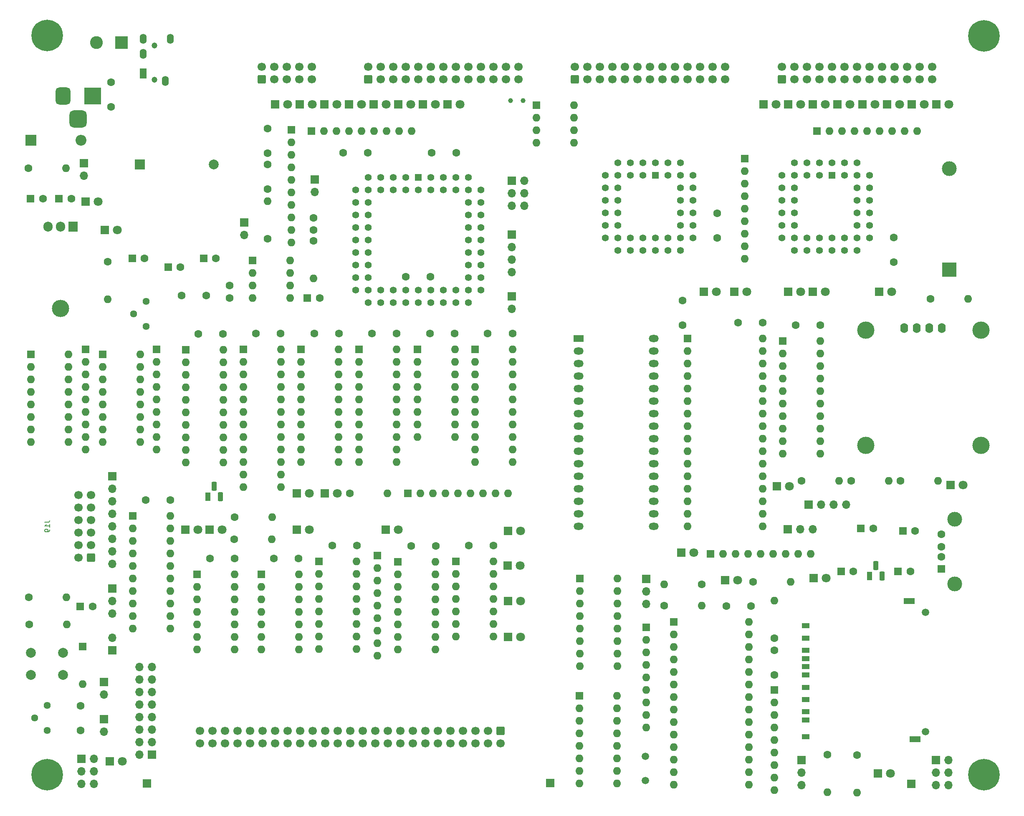
<source format=gbr>
%TF.GenerationSoftware,KiCad,Pcbnew,(6.0.11)*%
%TF.CreationDate,2024-01-15T12:10:07-05:00*%
%TF.ProjectId,SAB80535-Dev-Board,53414238-3035-4333-952d-4465762d426f,rev?*%
%TF.SameCoordinates,Original*%
%TF.FileFunction,Soldermask,Top*%
%TF.FilePolarity,Negative*%
%FSLAX46Y46*%
G04 Gerber Fmt 4.6, Leading zero omitted, Abs format (unit mm)*
G04 Created by KiCad (PCBNEW (6.0.11)) date 2024-01-15 12:10:07*
%MOMM*%
%LPD*%
G01*
G04 APERTURE LIST*
G04 Aperture macros list*
%AMRoundRect*
0 Rectangle with rounded corners*
0 $1 Rounding radius*
0 $2 $3 $4 $5 $6 $7 $8 $9 X,Y pos of 4 corners*
0 Add a 4 corners polygon primitive as box body*
4,1,4,$2,$3,$4,$5,$6,$7,$8,$9,$2,$3,0*
0 Add four circle primitives for the rounded corners*
1,1,$1+$1,$2,$3*
1,1,$1+$1,$4,$5*
1,1,$1+$1,$6,$7*
1,1,$1+$1,$8,$9*
0 Add four rect primitives between the rounded corners*
20,1,$1+$1,$2,$3,$4,$5,0*
20,1,$1+$1,$4,$5,$6,$7,0*
20,1,$1+$1,$6,$7,$8,$9,0*
20,1,$1+$1,$8,$9,$2,$3,0*%
G04 Aperture macros list end*
%ADD10C,0.150000*%
%ADD11R,1.600000X1.600000*%
%ADD12O,1.600000X1.600000*%
%ADD13C,1.600000*%
%ADD14R,1.700000X1.700000*%
%ADD15O,1.700000X1.700000*%
%ADD16R,1.800000X1.800000*%
%ADD17C,1.800000*%
%ADD18R,2.600000X2.600000*%
%ADD19C,2.600000*%
%ADD20O,1.600000X2.000000*%
%ADD21C,3.500000*%
%ADD22R,1.500000X1.600000*%
%ADD23C,3.000000*%
%ADD24R,1.422400X1.422400*%
%ADD25C,1.422400*%
%ADD26RoundRect,0.250000X0.600000X-0.600000X0.600000X0.600000X-0.600000X0.600000X-0.600000X-0.600000X0*%
%ADD27C,1.700000*%
%ADD28C,6.400000*%
%ADD29R,1.100000X1.800000*%
%ADD30RoundRect,0.275000X-0.275000X-0.625000X0.275000X-0.625000X0.275000X0.625000X-0.275000X0.625000X0*%
%ADD31R,3.500000X3.500000*%
%ADD32RoundRect,0.750000X-0.750000X-1.000000X0.750000X-1.000000X0.750000X1.000000X-0.750000X1.000000X0*%
%ADD33RoundRect,0.875000X-0.875000X-0.875000X0.875000X-0.875000X0.875000X0.875000X-0.875000X0.875000X0*%
%ADD34R,2.200000X2.200000*%
%ADD35O,2.200000X2.200000*%
%ADD36C,1.440000*%
%ADD37RoundRect,0.250000X-0.600000X0.600000X-0.600000X-0.600000X0.600000X-0.600000X0.600000X0.600000X0*%
%ADD38C,1.500000*%
%ADD39O,3.500000X3.500000*%
%ADD40R,1.905000X2.000000*%
%ADD41O,1.905000X2.000000*%
%ADD42C,1.000000*%
%ADD43RoundRect,0.250000X0.600000X0.600000X-0.600000X0.600000X-0.600000X-0.600000X0.600000X-0.600000X0*%
%ADD44R,2.000000X1.440000*%
%ADD45O,2.000000X1.440000*%
%ADD46C,2.000000*%
%ADD47R,1.500000X1.000000*%
%ADD48R,2.200000X1.200000*%
%ADD49R,3.000000X3.000000*%
%ADD50C,1.200000*%
%ADD51O,1.400000X2.000000*%
%ADD52R,1.400000X2.000000*%
%ADD53R,2.000000X2.000000*%
G04 APERTURE END LIST*
D10*
%TO.C,J19*%
X54519880Y-143790476D02*
X55234166Y-143790476D01*
X55377023Y-143742857D01*
X55472261Y-143647619D01*
X55519880Y-143504761D01*
X55519880Y-143409523D01*
X55519880Y-144790476D02*
X55519880Y-144219047D01*
X55519880Y-144504761D02*
X54519880Y-144504761D01*
X54662738Y-144409523D01*
X54757976Y-144314285D01*
X54805595Y-144219047D01*
X55519880Y-145266666D02*
X55519880Y-145457142D01*
X55472261Y-145552380D01*
X55424642Y-145600000D01*
X55281785Y-145695238D01*
X55091309Y-145742857D01*
X54710357Y-145742857D01*
X54615119Y-145695238D01*
X54567500Y-145647619D01*
X54519880Y-145552380D01*
X54519880Y-145361904D01*
X54567500Y-145266666D01*
X54615119Y-145219047D01*
X54710357Y-145171428D01*
X54948452Y-145171428D01*
X55043690Y-145219047D01*
X55091309Y-145266666D01*
X55138928Y-145361904D01*
X55138928Y-145552380D01*
X55091309Y-145647619D01*
X55043690Y-145695238D01*
X54948452Y-145742857D01*
%TD*%
D11*
%TO.C,U17*%
X110160000Y-151695000D03*
D12*
X110160000Y-154235000D03*
X110160000Y-156775000D03*
X110160000Y-159315000D03*
X110160000Y-161855000D03*
X110160000Y-164395000D03*
X110160000Y-166935000D03*
X110160000Y-169475000D03*
X117780000Y-169475000D03*
X117780000Y-166935000D03*
X117780000Y-164395000D03*
X117780000Y-161855000D03*
X117780000Y-159315000D03*
X117780000Y-156775000D03*
X117780000Y-154235000D03*
X117780000Y-151695000D03*
%TD*%
D13*
%TO.C,R3*%
X202500000Y-167310000D03*
D12*
X202500000Y-159690000D03*
%TD*%
D11*
%TO.C,U15*%
X130075000Y-108700000D03*
D12*
X130075000Y-111240000D03*
X130075000Y-113780000D03*
X130075000Y-116320000D03*
X130075000Y-118860000D03*
X130075000Y-121400000D03*
X130075000Y-123940000D03*
X130075000Y-126480000D03*
X137695000Y-126480000D03*
X137695000Y-123940000D03*
X137695000Y-121400000D03*
X137695000Y-118860000D03*
X137695000Y-116320000D03*
X137695000Y-113780000D03*
X137695000Y-111240000D03*
X137695000Y-108700000D03*
%TD*%
D14*
%TO.C,J25*%
X176500000Y-155250000D03*
D15*
X176500000Y-157790000D03*
X176500000Y-160330000D03*
%TD*%
D11*
%TO.C,U4*%
X182125000Y-163975000D03*
D12*
X182125000Y-166515000D03*
X182125000Y-169055000D03*
X182125000Y-171595000D03*
X182125000Y-174135000D03*
X182125000Y-176675000D03*
X182125000Y-179215000D03*
X182125000Y-181755000D03*
X182125000Y-184295000D03*
X182125000Y-186835000D03*
X182125000Y-189375000D03*
X182125000Y-191915000D03*
X182125000Y-194455000D03*
X182125000Y-196995000D03*
X197365000Y-196995000D03*
X197365000Y-194455000D03*
X197365000Y-191915000D03*
X197365000Y-189375000D03*
X197365000Y-186835000D03*
X197365000Y-184295000D03*
X197365000Y-181755000D03*
X197365000Y-179215000D03*
X197365000Y-176675000D03*
X197365000Y-174135000D03*
X197365000Y-171595000D03*
X197365000Y-169055000D03*
X197365000Y-166515000D03*
X197365000Y-163975000D03*
%TD*%
D11*
%TO.C,RN3*%
X62800000Y-108700000D03*
D12*
X62800000Y-111240000D03*
X62800000Y-113780000D03*
X62800000Y-116320000D03*
X62800000Y-118860000D03*
X62800000Y-121400000D03*
X62800000Y-123940000D03*
X62800000Y-126480000D03*
X62800000Y-129020000D03*
%TD*%
D13*
%TO.C,R12*%
X51190000Y-72000000D03*
D12*
X58810000Y-72000000D03*
%TD*%
D16*
%TO.C,D32*%
X192475000Y-155500000D03*
D17*
X195015000Y-155500000D03*
%TD*%
D13*
%TO.C,C15*%
X200120000Y-103300000D03*
X195120000Y-103300000D03*
%TD*%
D14*
%TO.C,J7*%
X208000000Y-191975000D03*
D15*
X208000000Y-194515000D03*
X208000000Y-197055000D03*
%TD*%
D11*
%TO.C,C24*%
X51644900Y-78100000D03*
D13*
X54144900Y-78100000D03*
%TD*%
D11*
%TO.C,RN6*%
X202500000Y-177825000D03*
D12*
X202500000Y-180365000D03*
X202500000Y-182905000D03*
X202500000Y-185445000D03*
X202500000Y-187985000D03*
X202500000Y-190525000D03*
X202500000Y-193065000D03*
X202500000Y-195605000D03*
X202500000Y-198145000D03*
%TD*%
D11*
%TO.C,RN13*%
X77200000Y-108725000D03*
D12*
X77200000Y-111265000D03*
X77200000Y-113805000D03*
X77200000Y-116345000D03*
X77200000Y-118885000D03*
X77200000Y-121425000D03*
X77200000Y-123965000D03*
X77200000Y-126505000D03*
X77200000Y-129045000D03*
%TD*%
D13*
%TO.C,C27*%
X120000000Y-68800000D03*
X115000000Y-68800000D03*
%TD*%
%TO.C,C22*%
X102375000Y-105500000D03*
X97375000Y-105500000D03*
%TD*%
D11*
%TO.C,RN2*%
X104500000Y-64190000D03*
D12*
X104500000Y-66730000D03*
X104500000Y-69270000D03*
X104500000Y-71810000D03*
X104500000Y-74350000D03*
X104500000Y-76890000D03*
X104500000Y-79430000D03*
X104500000Y-81970000D03*
X104500000Y-84510000D03*
X104500000Y-87050000D03*
%TD*%
D18*
%TO.C,J12*%
X70045000Y-46445000D03*
D19*
X64965000Y-46445000D03*
%TD*%
D20*
%TO.C,Brd1*%
X228830000Y-104348000D03*
X231370000Y-104348000D03*
X233910000Y-104348000D03*
X236450000Y-104348000D03*
D21*
X221050000Y-104800000D03*
X244450000Y-104800000D03*
X221050000Y-128150000D03*
X244450000Y-128150000D03*
%TD*%
D14*
%TO.C,J6*%
X235225000Y-191975000D03*
D15*
X237765000Y-191975000D03*
X235225000Y-194515000D03*
X237765000Y-194515000D03*
X235225000Y-197055000D03*
X237765000Y-197055000D03*
%TD*%
D13*
%TO.C,R5*%
X180190000Y-160700000D03*
D12*
X187810000Y-160700000D03*
%TD*%
D11*
%TO.C,RN11*%
X121960000Y-150520000D03*
D12*
X121960000Y-153060000D03*
X121960000Y-155600000D03*
X121960000Y-158140000D03*
X121960000Y-160680000D03*
X121960000Y-163220000D03*
X121960000Y-165760000D03*
X121960000Y-168300000D03*
X121960000Y-170840000D03*
%TD*%
D14*
%TO.C,J13*%
X149210000Y-74475000D03*
D15*
X151750000Y-74475000D03*
X149210000Y-77015000D03*
X151750000Y-77015000D03*
X149210000Y-79555000D03*
X151750000Y-79555000D03*
%TD*%
D13*
%TO.C,C43*%
X145500000Y-148500000D03*
X140500000Y-148500000D03*
%TD*%
%TO.C,R11*%
X93000000Y-142750000D03*
D12*
X100620000Y-142750000D03*
%TD*%
D16*
%TO.C,D37*%
X210255000Y-97000000D03*
D17*
X212795000Y-97000000D03*
%TD*%
D14*
%TO.C,J24*%
X68250000Y-169775000D03*
D15*
X68250000Y-167235000D03*
%TD*%
D22*
%TO.C,J8*%
X236390000Y-153250000D03*
D13*
X236390000Y-150750000D03*
X236390000Y-148750000D03*
X236390000Y-146250000D03*
D23*
X239100000Y-143180000D03*
X239100000Y-156320000D03*
%TD*%
D16*
%TO.C,D21*%
X203020000Y-136500000D03*
D17*
X205560000Y-136500000D03*
%TD*%
D14*
%TO.C,J4*%
X68200000Y-134475000D03*
D15*
X68200000Y-137015000D03*
X68200000Y-139555000D03*
X68200000Y-142095000D03*
X68200000Y-144635000D03*
X68200000Y-147175000D03*
X68200000Y-149715000D03*
X68200000Y-152255000D03*
%TD*%
D11*
%TO.C,U9*%
X94775000Y-108700000D03*
D12*
X94775000Y-111240000D03*
X94775000Y-113780000D03*
X94775000Y-116320000D03*
X94775000Y-118860000D03*
X94775000Y-121400000D03*
X94775000Y-123940000D03*
X94775000Y-126480000D03*
X94775000Y-129020000D03*
X94775000Y-131560000D03*
X94775000Y-134100000D03*
X94775000Y-136640000D03*
X102395000Y-136640000D03*
X102395000Y-134100000D03*
X102395000Y-131560000D03*
X102395000Y-129020000D03*
X102395000Y-126480000D03*
X102395000Y-123940000D03*
X102395000Y-121400000D03*
X102395000Y-118860000D03*
X102395000Y-116320000D03*
X102395000Y-113780000D03*
X102395000Y-111240000D03*
X102395000Y-108700000D03*
%TD*%
D16*
%TO.C,D30*%
X83000000Y-145250000D03*
D17*
X85540000Y-145250000D03*
%TD*%
D13*
%TO.C,R10*%
X92940000Y-147250000D03*
D12*
X100560000Y-147250000D03*
%TD*%
D24*
%TO.C,U12*%
X130250000Y-73800000D03*
D25*
X130250000Y-76340000D03*
X127710000Y-73800000D03*
X127710000Y-76340000D03*
X125170000Y-73800000D03*
X125170000Y-76340000D03*
X122630000Y-73800000D03*
X122630000Y-76340000D03*
X120090000Y-73800000D03*
X117550000Y-76340000D03*
X120090000Y-76340000D03*
X117550000Y-78880000D03*
X120090000Y-78880000D03*
X117550000Y-81420000D03*
X120090000Y-81420000D03*
X117550000Y-83960000D03*
X120090000Y-83960000D03*
X117550000Y-86500000D03*
X120090000Y-86500000D03*
X117550000Y-89040000D03*
X120090000Y-89040000D03*
X117550000Y-91580000D03*
X120090000Y-91580000D03*
X117550000Y-94120000D03*
X120090000Y-94120000D03*
X117550000Y-96660000D03*
X120090000Y-99200000D03*
X120090000Y-96660000D03*
X122630000Y-99200000D03*
X122630000Y-96660000D03*
X125170000Y-99200000D03*
X125170000Y-96660000D03*
X127710000Y-99200000D03*
X127710000Y-96660000D03*
X130250000Y-99200000D03*
X130250000Y-96660000D03*
X132790000Y-99200000D03*
X132790000Y-96660000D03*
X135330000Y-99200000D03*
X135330000Y-96660000D03*
X137870000Y-99200000D03*
X137870000Y-96660000D03*
X140410000Y-99200000D03*
X142950000Y-96660000D03*
X140410000Y-96660000D03*
X142950000Y-94120000D03*
X140410000Y-94120000D03*
X142950000Y-91580000D03*
X140410000Y-91580000D03*
X142950000Y-89040000D03*
X140410000Y-89040000D03*
X142950000Y-86500000D03*
X140410000Y-86500000D03*
X142950000Y-83960000D03*
X140410000Y-83960000D03*
X142950000Y-81420000D03*
X140410000Y-81420000D03*
X142950000Y-78880000D03*
X140410000Y-78880000D03*
X142950000Y-76340000D03*
X140410000Y-73800000D03*
X140410000Y-76340000D03*
X137870000Y-73800000D03*
X137870000Y-76340000D03*
X135330000Y-73800000D03*
X135330000Y-76340000D03*
X132790000Y-73800000D03*
X132790000Y-76340000D03*
%TD*%
D11*
%TO.C,U16*%
X98410000Y-154320000D03*
D12*
X98410000Y-156860000D03*
X98410000Y-159400000D03*
X98410000Y-161940000D03*
X98410000Y-164480000D03*
X98410000Y-167020000D03*
X98410000Y-169560000D03*
X106030000Y-169560000D03*
X106030000Y-167020000D03*
X106030000Y-164480000D03*
X106030000Y-161940000D03*
X106030000Y-159400000D03*
X106030000Y-156860000D03*
X106030000Y-154320000D03*
%TD*%
D16*
%TO.C,D26*%
X148435000Y-152600000D03*
D17*
X150975000Y-152600000D03*
%TD*%
D11*
%TO.C,U11*%
X118275000Y-108700000D03*
D12*
X118275000Y-111240000D03*
X118275000Y-113780000D03*
X118275000Y-116320000D03*
X118275000Y-118860000D03*
X118275000Y-121400000D03*
X118275000Y-123940000D03*
X118275000Y-126480000D03*
X118275000Y-129020000D03*
X118275000Y-131560000D03*
X125895000Y-131560000D03*
X125895000Y-129020000D03*
X125895000Y-126480000D03*
X125895000Y-123940000D03*
X125895000Y-121400000D03*
X125895000Y-118860000D03*
X125895000Y-116320000D03*
X125895000Y-113780000D03*
X125895000Y-111240000D03*
X125895000Y-108700000D03*
%TD*%
D16*
%TO.C,D8*%
X200320000Y-59000000D03*
D17*
X202860000Y-59000000D03*
%TD*%
D16*
%TO.C,D15*%
X121225000Y-59000000D03*
D17*
X123765000Y-59000000D03*
%TD*%
D26*
%TO.C,J2*%
X203990000Y-53947500D03*
D27*
X203990000Y-51407500D03*
X206530000Y-53947500D03*
X206530000Y-51407500D03*
X209070000Y-53947500D03*
X209070000Y-51407500D03*
X211610000Y-53947500D03*
X211610000Y-51407500D03*
X214150000Y-53947500D03*
X214150000Y-51407500D03*
X216690000Y-53947500D03*
X216690000Y-51407500D03*
X219230000Y-53947500D03*
X219230000Y-51407500D03*
X221770000Y-53947500D03*
X221770000Y-51407500D03*
X224310000Y-53947500D03*
X224310000Y-51407500D03*
X226850000Y-53947500D03*
X226850000Y-51407500D03*
X229390000Y-53947500D03*
X229390000Y-51407500D03*
X231930000Y-53947500D03*
X231930000Y-51407500D03*
X234470000Y-53947500D03*
X234470000Y-51407500D03*
%TD*%
D11*
%TO.C,RN12*%
X189525000Y-150150000D03*
D12*
X192065000Y-150150000D03*
X194605000Y-150150000D03*
X197145000Y-150150000D03*
X199685000Y-150150000D03*
X202225000Y-150150000D03*
X204765000Y-150150000D03*
X207305000Y-150150000D03*
X209845000Y-150150000D03*
%TD*%
D11*
%TO.C,RN10*%
X196500000Y-70000000D03*
D12*
X196500000Y-72540000D03*
X196500000Y-75080000D03*
X196500000Y-77620000D03*
X196500000Y-80160000D03*
X196500000Y-82700000D03*
X196500000Y-85240000D03*
X196500000Y-87780000D03*
X196500000Y-90320000D03*
%TD*%
D13*
%TO.C,R17*%
X51340000Y-164500000D03*
D12*
X58960000Y-164500000D03*
%TD*%
D11*
%TO.C,RN8*%
X108575000Y-64400000D03*
D12*
X111115000Y-64400000D03*
X113655000Y-64400000D03*
X116195000Y-64400000D03*
X118735000Y-64400000D03*
X121275000Y-64400000D03*
X123815000Y-64400000D03*
X126355000Y-64400000D03*
X128895000Y-64400000D03*
%TD*%
D13*
%TO.C,R9*%
X67250000Y-90940000D03*
D12*
X67250000Y-98560000D03*
%TD*%
D13*
%TO.C,C7*%
X109000000Y-84500000D03*
X109000000Y-82000000D03*
%TD*%
D16*
%TO.C,D11*%
X223475000Y-194750000D03*
D17*
X226015000Y-194750000D03*
%TD*%
D11*
%TO.C,SW3*%
X66232500Y-109700000D03*
D12*
X66232500Y-112240000D03*
X66232500Y-114780000D03*
X66232500Y-117320000D03*
X66232500Y-119860000D03*
X66232500Y-122400000D03*
X66232500Y-124940000D03*
X66232500Y-127480000D03*
X73852500Y-127480000D03*
X73852500Y-124940000D03*
X73852500Y-122400000D03*
X73852500Y-119860000D03*
X73852500Y-117320000D03*
X73852500Y-114780000D03*
X73852500Y-112240000D03*
X73852500Y-109700000D03*
%TD*%
D13*
%TO.C,C13*%
X61750000Y-181000000D03*
X61750000Y-186000000D03*
%TD*%
D11*
%TO.C,D34*%
X62250000Y-169000000D03*
D12*
X62250000Y-176620000D03*
%TD*%
D28*
%TO.C,H1*%
X55000000Y-45000000D03*
%TD*%
D11*
%TO.C,C11*%
X228567600Y-145500000D03*
D13*
X231067600Y-145500000D03*
%TD*%
D11*
%TO.C,C29*%
X227589800Y-153750000D03*
D13*
X230089800Y-153750000D03*
%TD*%
%TO.C,C3*%
X92000000Y-95750000D03*
X92000000Y-98250000D03*
%TD*%
%TO.C,R6*%
X198190000Y-155900000D03*
D12*
X205810000Y-155900000D03*
%TD*%
D14*
%TO.C,TP2*%
X75250000Y-196750000D03*
%TD*%
D13*
%TO.C,C2*%
X99750000Y-76190000D03*
X99750000Y-71190000D03*
%TD*%
D16*
%TO.C,D39*%
X148460000Y-167000000D03*
D17*
X151000000Y-167000000D03*
%TD*%
D16*
%TO.C,D6*%
X210325000Y-59000000D03*
D17*
X212865000Y-59000000D03*
%TD*%
D13*
%TO.C,C5*%
X87300000Y-97800000D03*
X82300000Y-97800000D03*
%TD*%
D11*
%TO.C,RN5*%
X163000000Y-179000000D03*
D12*
X163000000Y-181540000D03*
X163000000Y-184080000D03*
X163000000Y-186620000D03*
X163000000Y-189160000D03*
X163000000Y-191700000D03*
X163000000Y-194240000D03*
X163000000Y-196780000D03*
X170620000Y-196780000D03*
X170620000Y-194240000D03*
X170620000Y-191700000D03*
X170620000Y-189160000D03*
X170620000Y-186620000D03*
X170620000Y-184080000D03*
X170620000Y-181540000D03*
X170620000Y-179000000D03*
%TD*%
D13*
%TO.C,C38*%
X80000000Y-139300000D03*
X75000000Y-139300000D03*
%TD*%
D29*
%TO.C,U21*%
X87625000Y-138550000D03*
D30*
X88895000Y-136480000D03*
X90165000Y-138550000D03*
%TD*%
D16*
%TO.C,D25*%
X105600000Y-137900000D03*
D17*
X108140000Y-137900000D03*
%TD*%
D16*
%TO.C,D35*%
X105600000Y-145250000D03*
D17*
X108140000Y-145250000D03*
%TD*%
D16*
%TO.C,D42*%
X111350000Y-137900000D03*
D17*
X113890000Y-137900000D03*
%TD*%
D13*
%TO.C,C18*%
X68000000Y-54500000D03*
X68000000Y-59500000D03*
%TD*%
%TO.C,C14*%
X226750000Y-86000000D03*
X226750000Y-91000000D03*
%TD*%
D11*
%TO.C,RN9*%
X128200000Y-137900000D03*
D12*
X130740000Y-137900000D03*
X133280000Y-137900000D03*
X135820000Y-137900000D03*
X138360000Y-137900000D03*
X140900000Y-137900000D03*
X143440000Y-137900000D03*
X145980000Y-137900000D03*
X148520000Y-137900000D03*
%TD*%
D11*
%TO.C,C30*%
X216044900Y-153750000D03*
D13*
X218544900Y-153750000D03*
%TD*%
D11*
%TO.C,U22*%
X106525000Y-108700000D03*
D12*
X106525000Y-111240000D03*
X106525000Y-113780000D03*
X106525000Y-116320000D03*
X106525000Y-118860000D03*
X106525000Y-121400000D03*
X106525000Y-123940000D03*
X106525000Y-126480000D03*
X106525000Y-129020000D03*
X106525000Y-131560000D03*
X114145000Y-131560000D03*
X114145000Y-129020000D03*
X114145000Y-126480000D03*
X114145000Y-123940000D03*
X114145000Y-121400000D03*
X114145000Y-118860000D03*
X114145000Y-116320000D03*
X114145000Y-113780000D03*
X114145000Y-111240000D03*
X114145000Y-108700000D03*
%TD*%
D16*
%TO.C,D20*%
X183625000Y-149900000D03*
D17*
X186165000Y-149900000D03*
%TD*%
D13*
%TO.C,C42*%
X133800000Y-148600000D03*
X128800000Y-148600000D03*
%TD*%
D28*
%TO.C,H2*%
X245000000Y-45117500D03*
%TD*%
%TO.C,H4*%
X245000000Y-195000000D03*
%TD*%
D16*
%TO.C,D1*%
X235325000Y-59000000D03*
D17*
X237865000Y-59000000D03*
%TD*%
D13*
%TO.C,C19*%
X183900000Y-103800000D03*
X183900000Y-98800000D03*
%TD*%
D16*
%TO.C,D28*%
X66725000Y-84500000D03*
D17*
X69265000Y-84500000D03*
%TD*%
D16*
%TO.C,D41*%
X194360000Y-97000000D03*
D17*
X196900000Y-97000000D03*
%TD*%
D31*
%TO.C,J11*%
X64250000Y-57292500D03*
D32*
X58250000Y-57292500D03*
D33*
X61250000Y-61992500D03*
%TD*%
D13*
%TO.C,C36*%
X149375000Y-105500000D03*
X144375000Y-105500000D03*
%TD*%
D16*
%TO.C,D3*%
X225325000Y-59000000D03*
D17*
X227865000Y-59000000D03*
%TD*%
D34*
%TO.C,D10*%
X51670000Y-66250000D03*
D35*
X61830000Y-66250000D03*
%TD*%
D13*
%TO.C,C16*%
X125875000Y-105500000D03*
X120875000Y-105500000D03*
%TD*%
D14*
%TO.C,J21*%
X109250000Y-74225000D03*
D15*
X109250000Y-76765000D03*
%TD*%
D16*
%TO.C,D23*%
X223725000Y-97000000D03*
D17*
X226265000Y-97000000D03*
%TD*%
D16*
%TO.C,D5*%
X215325000Y-59000000D03*
D17*
X217865000Y-59000000D03*
%TD*%
D13*
%TO.C,R16*%
X51290000Y-159000000D03*
D12*
X58910000Y-159000000D03*
%TD*%
D13*
%TO.C,C34*%
X117800000Y-148500000D03*
X112800000Y-148500000D03*
%TD*%
D14*
%TO.C,J14*%
X149250000Y-97975000D03*
D15*
X149250000Y-100515000D03*
%TD*%
D16*
%TO.C,D38*%
X148450000Y-145500000D03*
D17*
X150990000Y-145500000D03*
%TD*%
D13*
%TO.C,R2*%
X109000000Y-86690000D03*
D12*
X109000000Y-94310000D03*
%TD*%
D11*
%TO.C,C6*%
X107794900Y-98300000D03*
D13*
X110294900Y-98300000D03*
%TD*%
D16*
%TO.C,D29*%
X87975000Y-145250000D03*
D17*
X90515000Y-145250000D03*
%TD*%
D36*
%TO.C,RV1*%
X75100000Y-99000000D03*
X72560000Y-101540000D03*
X75100000Y-104080000D03*
%TD*%
D16*
%TO.C,D13*%
X131225000Y-59000000D03*
D17*
X133765000Y-59000000D03*
%TD*%
D11*
%TO.C,U19*%
X204170000Y-106975000D03*
D12*
X204170000Y-109515000D03*
X204170000Y-112055000D03*
X204170000Y-114595000D03*
X204170000Y-117135000D03*
X204170000Y-119675000D03*
X204170000Y-122215000D03*
X204170000Y-124755000D03*
X204170000Y-127295000D03*
X204170000Y-129835000D03*
X211790000Y-129835000D03*
X211790000Y-127295000D03*
X211790000Y-124755000D03*
X211790000Y-122215000D03*
X211790000Y-119675000D03*
X211790000Y-117135000D03*
X211790000Y-114595000D03*
X211790000Y-112055000D03*
X211790000Y-109515000D03*
X211790000Y-106975000D03*
%TD*%
D11*
%TO.C,RN4*%
X163050000Y-155150000D03*
D12*
X163050000Y-157690000D03*
X163050000Y-160230000D03*
X163050000Y-162770000D03*
X163050000Y-165310000D03*
X163050000Y-167850000D03*
X163050000Y-170390000D03*
X163050000Y-172930000D03*
X170670000Y-172930000D03*
X170670000Y-170390000D03*
X170670000Y-167850000D03*
X170670000Y-165310000D03*
X170670000Y-162770000D03*
X170670000Y-160230000D03*
X170670000Y-157690000D03*
X170670000Y-155150000D03*
%TD*%
D13*
%TO.C,R14*%
X116375000Y-137900000D03*
D12*
X123995000Y-137900000D03*
%TD*%
D11*
%TO.C,U13*%
X141775000Y-108700000D03*
D12*
X141775000Y-111240000D03*
X141775000Y-113780000D03*
X141775000Y-116320000D03*
X141775000Y-118860000D03*
X141775000Y-121400000D03*
X141775000Y-123940000D03*
X141775000Y-126480000D03*
X141775000Y-129020000D03*
X141775000Y-131560000D03*
X149395000Y-131560000D03*
X149395000Y-129020000D03*
X149395000Y-126480000D03*
X149395000Y-123940000D03*
X149395000Y-121400000D03*
X149395000Y-118860000D03*
X149395000Y-116320000D03*
X149395000Y-113780000D03*
X149395000Y-111240000D03*
X149395000Y-108700000D03*
%TD*%
D14*
%TO.C,TP1*%
X157000000Y-196700000D03*
%TD*%
D16*
%TO.C,D12*%
X136225000Y-59000000D03*
D17*
X138765000Y-59000000D03*
%TD*%
D14*
%TO.C,J23*%
X205250000Y-145200000D03*
D15*
X207790000Y-145200000D03*
X210330000Y-145200000D03*
%TD*%
D16*
%TO.C,D33*%
X238250000Y-136200000D03*
D17*
X240790000Y-136200000D03*
%TD*%
D13*
%TO.C,R4*%
X213250000Y-190940000D03*
D12*
X213250000Y-198560000D03*
%TD*%
D14*
%TO.C,J9*%
X61975000Y-191725000D03*
D15*
X64515000Y-191725000D03*
X61975000Y-194265000D03*
X64515000Y-194265000D03*
X61975000Y-196805000D03*
X64515000Y-196805000D03*
%TD*%
D16*
%TO.C,D40*%
X62790000Y-78750000D03*
D17*
X65330000Y-78750000D03*
%TD*%
D37*
%TO.C,J20*%
X147000000Y-186102500D03*
D27*
X147000000Y-188642500D03*
X144460000Y-186102500D03*
X144460000Y-188642500D03*
X141920000Y-186102500D03*
X141920000Y-188642500D03*
X139380000Y-186102500D03*
X139380000Y-188642500D03*
X136840000Y-186102500D03*
X136840000Y-188642500D03*
X134300000Y-186102500D03*
X134300000Y-188642500D03*
X131760000Y-186102500D03*
X131760000Y-188642500D03*
X129220000Y-186102500D03*
X129220000Y-188642500D03*
X126680000Y-186102500D03*
X126680000Y-188642500D03*
X124140000Y-186102500D03*
X124140000Y-188642500D03*
X121600000Y-186102500D03*
X121600000Y-188642500D03*
X119060000Y-186102500D03*
X119060000Y-188642500D03*
X116520000Y-186102500D03*
X116520000Y-188642500D03*
X113980000Y-186102500D03*
X113980000Y-188642500D03*
X111440000Y-186102500D03*
X111440000Y-188642500D03*
X108900000Y-186102500D03*
X108900000Y-188642500D03*
X106360000Y-186102500D03*
X106360000Y-188642500D03*
X103820000Y-186102500D03*
X103820000Y-188642500D03*
X101280000Y-186102500D03*
X101280000Y-188642500D03*
X98740000Y-186102500D03*
X98740000Y-188642500D03*
X96200000Y-186102500D03*
X96200000Y-188642500D03*
X93660000Y-186102500D03*
X93660000Y-188642500D03*
X91120000Y-186102500D03*
X91120000Y-188642500D03*
X88580000Y-186102500D03*
X88580000Y-188642500D03*
X86040000Y-186102500D03*
X86040000Y-188642500D03*
%TD*%
D13*
%TO.C,C28*%
X90675000Y-105600000D03*
X85675000Y-105600000D03*
%TD*%
D26*
%TO.C,J1*%
X162060000Y-53947500D03*
D27*
X162060000Y-51407500D03*
X164600000Y-53947500D03*
X164600000Y-51407500D03*
X167140000Y-53947500D03*
X167140000Y-51407500D03*
X169680000Y-53947500D03*
X169680000Y-51407500D03*
X172220000Y-53947500D03*
X172220000Y-51407500D03*
X174760000Y-53947500D03*
X174760000Y-51407500D03*
X177300000Y-53947500D03*
X177300000Y-51407500D03*
X179840000Y-53947500D03*
X179840000Y-51407500D03*
X182380000Y-53947500D03*
X182380000Y-51407500D03*
X184920000Y-53947500D03*
X184920000Y-51407500D03*
X187460000Y-53947500D03*
X187460000Y-51407500D03*
X190000000Y-53947500D03*
X190000000Y-51407500D03*
X192540000Y-53947500D03*
X192540000Y-51407500D03*
%TD*%
D13*
%TO.C,C23*%
X114175000Y-105500000D03*
X109175000Y-105500000D03*
%TD*%
D24*
%TO.C,U2*%
X214200000Y-73400000D03*
D25*
X211660000Y-70860000D03*
X211660000Y-73400000D03*
X209120000Y-70860000D03*
X209120000Y-73400000D03*
X206580000Y-70860000D03*
X204040000Y-73400000D03*
X206580000Y-73400000D03*
X204040000Y-75940000D03*
X206580000Y-75940000D03*
X204040000Y-78480000D03*
X206580000Y-78480000D03*
X204040000Y-81020000D03*
X206580000Y-81020000D03*
X204040000Y-83560000D03*
X206580000Y-83560000D03*
X204040000Y-86100000D03*
X206580000Y-88640000D03*
X206580000Y-86100000D03*
X209120000Y-88640000D03*
X209120000Y-86100000D03*
X211660000Y-88640000D03*
X211660000Y-86100000D03*
X214200000Y-88640000D03*
X214200000Y-86100000D03*
X216740000Y-88640000D03*
X216740000Y-86100000D03*
X219280000Y-88640000D03*
X221820000Y-86100000D03*
X219280000Y-86100000D03*
X221820000Y-83560000D03*
X219280000Y-83560000D03*
X221820000Y-81020000D03*
X219280000Y-81020000D03*
X221820000Y-78480000D03*
X219280000Y-78480000D03*
X221820000Y-75940000D03*
X219280000Y-75940000D03*
X221820000Y-73400000D03*
X219280000Y-70860000D03*
X219280000Y-73400000D03*
X216740000Y-70860000D03*
X216740000Y-73400000D03*
X214200000Y-70860000D03*
%TD*%
D13*
%TO.C,C37*%
X93000000Y-151100000D03*
X88000000Y-151100000D03*
%TD*%
D16*
%TO.C,D19*%
X101225000Y-59000000D03*
D17*
X103765000Y-59000000D03*
%TD*%
D16*
%TO.C,D2*%
X230325000Y-59000000D03*
D17*
X232865000Y-59000000D03*
%TD*%
D13*
%TO.C,R13*%
X234190000Y-98500000D03*
D12*
X241810000Y-98500000D03*
%TD*%
D16*
%TO.C,D22*%
X188225000Y-97000000D03*
D17*
X190765000Y-97000000D03*
%TD*%
D11*
%TO.C,SW1*%
X51750000Y-109700000D03*
D12*
X51750000Y-112240000D03*
X51750000Y-114780000D03*
X51750000Y-117320000D03*
X51750000Y-119860000D03*
X51750000Y-122400000D03*
X51750000Y-124940000D03*
X51750000Y-127480000D03*
X59370000Y-127480000D03*
X59370000Y-124940000D03*
X59370000Y-122400000D03*
X59370000Y-119860000D03*
X59370000Y-117320000D03*
X59370000Y-114780000D03*
X59370000Y-112240000D03*
X59370000Y-109700000D03*
%TD*%
D13*
%TO.C,C32*%
X106000000Y-151100000D03*
X101000000Y-151100000D03*
%TD*%
%TO.C,C10*%
X202500000Y-174750000D03*
X202500000Y-169750000D03*
%TD*%
D16*
%TO.C,D36*%
X205255000Y-97000000D03*
D17*
X207795000Y-97000000D03*
%TD*%
D38*
%TO.C,Y1*%
X176325000Y-191250000D03*
X176325000Y-196130000D03*
%TD*%
D36*
%TO.C,RV2*%
X54985000Y-180960000D03*
X52445000Y-183500000D03*
X54985000Y-186040000D03*
%TD*%
D39*
%TO.C,U5*%
X57700000Y-100430000D03*
D40*
X60240000Y-83770000D03*
D41*
X57700000Y-83770000D03*
X55160000Y-83770000D03*
%TD*%
D16*
%TO.C,D18*%
X106225000Y-59000000D03*
D17*
X108765000Y-59000000D03*
%TD*%
D16*
%TO.C,D27*%
X148465000Y-159750000D03*
D17*
X151005000Y-159750000D03*
%TD*%
D42*
%TO.C,X1*%
X148950000Y-58250000D03*
X151490000Y-58250000D03*
%TD*%
D11*
%TO.C,U20*%
X85410000Y-154320000D03*
D12*
X85410000Y-156860000D03*
X85410000Y-159400000D03*
X85410000Y-161940000D03*
X85410000Y-164480000D03*
X85410000Y-167020000D03*
X85410000Y-169560000D03*
X93030000Y-169560000D03*
X93030000Y-167020000D03*
X93030000Y-164480000D03*
X93030000Y-161940000D03*
X93030000Y-159400000D03*
X93030000Y-156860000D03*
X93030000Y-154320000D03*
%TD*%
D14*
%TO.C,TP3*%
X230250000Y-196800000D03*
%TD*%
D43*
%TO.C,J19*%
X63897500Y-150950000D03*
D27*
X61357500Y-150950000D03*
X63897500Y-148410000D03*
X61357500Y-148410000D03*
X63897500Y-145870000D03*
X61357500Y-145870000D03*
X63897500Y-143330000D03*
X61357500Y-143330000D03*
X63897500Y-140790000D03*
X61357500Y-140790000D03*
X63897500Y-138250000D03*
X61357500Y-138250000D03*
%TD*%
D44*
%TO.C,U7*%
X162749900Y-106500000D03*
D45*
X162749900Y-109040000D03*
X162749900Y-111580000D03*
X162749900Y-114120000D03*
X162749900Y-116660000D03*
X162749900Y-119200000D03*
X162749900Y-121740000D03*
X162749900Y-124280000D03*
X162749900Y-126820000D03*
X162749900Y-129360000D03*
X162749900Y-131900000D03*
X162749900Y-134440000D03*
X162749900Y-136980000D03*
X162749900Y-139520000D03*
X162749900Y-142060000D03*
X162749900Y-144600000D03*
X177989900Y-144600000D03*
X177989900Y-142060000D03*
X177989900Y-139520000D03*
X177989900Y-136980000D03*
X177989900Y-134440000D03*
X177989900Y-131900000D03*
X177989900Y-129360000D03*
X177989900Y-126820000D03*
X177989900Y-124280000D03*
X177989900Y-121740000D03*
X177989900Y-119200000D03*
X177989900Y-116660000D03*
X177989900Y-114120000D03*
X177989900Y-111580000D03*
X177989900Y-109040000D03*
X177989900Y-106500000D03*
%TD*%
D11*
%TO.C,C26*%
X79544900Y-92000000D03*
D13*
X82044900Y-92000000D03*
%TD*%
D11*
%TO.C,U8*%
X184904900Y-106525000D03*
D12*
X184904900Y-109065000D03*
X184904900Y-111605000D03*
X184904900Y-114145000D03*
X184904900Y-116685000D03*
X184904900Y-119225000D03*
X184904900Y-121765000D03*
X184904900Y-124305000D03*
X184904900Y-126845000D03*
X184904900Y-129385000D03*
X184904900Y-131925000D03*
X184904900Y-134465000D03*
X184904900Y-137005000D03*
X184904900Y-139545000D03*
X184904900Y-142085000D03*
X184904900Y-144625000D03*
X200144900Y-144625000D03*
X200144900Y-142085000D03*
X200144900Y-139545000D03*
X200144900Y-137005000D03*
X200144900Y-134465000D03*
X200144900Y-131925000D03*
X200144900Y-129385000D03*
X200144900Y-126845000D03*
X200144900Y-124305000D03*
X200144900Y-121765000D03*
X200144900Y-119225000D03*
X200144900Y-116685000D03*
X200144900Y-114145000D03*
X200144900Y-111605000D03*
X200144900Y-109065000D03*
X200144900Y-106525000D03*
%TD*%
D11*
%TO.C,RN1*%
X211155000Y-64400000D03*
D12*
X213695000Y-64400000D03*
X216235000Y-64400000D03*
X218775000Y-64400000D03*
X221315000Y-64400000D03*
X223855000Y-64400000D03*
X226395000Y-64400000D03*
X228935000Y-64400000D03*
X231475000Y-64400000D03*
%TD*%
D11*
%TO.C,U23*%
X72410000Y-142470000D03*
D12*
X72410000Y-145010000D03*
X72410000Y-147550000D03*
X72410000Y-150090000D03*
X72410000Y-152630000D03*
X72410000Y-155170000D03*
X72410000Y-157710000D03*
X72410000Y-160250000D03*
X72410000Y-162790000D03*
X72410000Y-165330000D03*
X80030000Y-165330000D03*
X80030000Y-162790000D03*
X80030000Y-160250000D03*
X80030000Y-157710000D03*
X80030000Y-155170000D03*
X80030000Y-152630000D03*
X80030000Y-150090000D03*
X80030000Y-147550000D03*
X80030000Y-145010000D03*
X80030000Y-142470000D03*
%TD*%
D26*
%TO.C,J15*%
X98520000Y-53947500D03*
D27*
X98520000Y-51407500D03*
X101060000Y-53947500D03*
X101060000Y-51407500D03*
X103600000Y-53947500D03*
X103600000Y-51407500D03*
X106140000Y-53947500D03*
X106140000Y-51407500D03*
X108680000Y-53947500D03*
X108680000Y-51407500D03*
%TD*%
D11*
%TO.C,U10*%
X137910000Y-151695000D03*
D12*
X137910000Y-154235000D03*
X137910000Y-156775000D03*
X137910000Y-159315000D03*
X137910000Y-161855000D03*
X137910000Y-164395000D03*
X137910000Y-166935000D03*
X145530000Y-166935000D03*
X145530000Y-164395000D03*
X145530000Y-161855000D03*
X145530000Y-159315000D03*
X145530000Y-156775000D03*
X145530000Y-154235000D03*
X145530000Y-151695000D03*
%TD*%
D46*
%TO.C,SW2*%
X58250000Y-170250000D03*
X51750000Y-170250000D03*
X58250000Y-174750000D03*
X51750000Y-174750000D03*
%TD*%
D16*
%TO.C,D14*%
X126250000Y-59000000D03*
D17*
X128790000Y-59000000D03*
%TD*%
D11*
%TO.C,C9*%
X220027300Y-145000000D03*
D13*
X222527300Y-145000000D03*
%TD*%
%TO.C,C17*%
X132950000Y-68800000D03*
X137950000Y-68800000D03*
%TD*%
D28*
%TO.C,H3*%
X55000000Y-195000000D03*
%TD*%
D14*
%TO.C,JP4*%
X66500000Y-183725000D03*
D15*
X66500000Y-186265000D03*
%TD*%
D38*
%TO.C,J5*%
X233150000Y-162050000D03*
X233150000Y-186250000D03*
D47*
X208850000Y-167280000D03*
X208850000Y-169780000D03*
X208850000Y-173080000D03*
X208850000Y-174780000D03*
X208850000Y-177280000D03*
X208850000Y-179780000D03*
X208850000Y-182200000D03*
X208850000Y-183900000D03*
X208850000Y-164780000D03*
X208850000Y-171430000D03*
X208850000Y-187250000D03*
D48*
X229850000Y-159750000D03*
X231050000Y-187750000D03*
%TD*%
D13*
%TO.C,R15*%
X228040000Y-135400000D03*
D12*
X235660000Y-135400000D03*
%TD*%
D11*
%TO.C,RN7*%
X176500000Y-165075000D03*
D12*
X176500000Y-167615000D03*
X176500000Y-170155000D03*
X176500000Y-172695000D03*
X176500000Y-175235000D03*
X176500000Y-177775000D03*
X176500000Y-180315000D03*
X176500000Y-182855000D03*
X176500000Y-185395000D03*
%TD*%
D26*
%TO.C,J18*%
X120100000Y-53947500D03*
D27*
X120100000Y-51407500D03*
X122640000Y-53947500D03*
X122640000Y-51407500D03*
X125180000Y-53947500D03*
X125180000Y-51407500D03*
X127720000Y-53947500D03*
X127720000Y-51407500D03*
X130260000Y-53947500D03*
X130260000Y-51407500D03*
X132800000Y-53947500D03*
X132800000Y-51407500D03*
X135340000Y-53947500D03*
X135340000Y-51407500D03*
X137880000Y-53947500D03*
X137880000Y-51407500D03*
X140420000Y-53947500D03*
X140420000Y-51407500D03*
X142960000Y-53947500D03*
X142960000Y-51407500D03*
X145500000Y-53947500D03*
X145500000Y-51407500D03*
X148040000Y-53947500D03*
X148040000Y-51407500D03*
X150580000Y-53947500D03*
X150580000Y-51407500D03*
%TD*%
D14*
%TO.C,JP3*%
X66500000Y-176225000D03*
D15*
X66500000Y-178765000D03*
%TD*%
D29*
%TO.C,U6*%
X221774900Y-154670000D03*
D30*
X223044900Y-152600000D03*
X224314900Y-154670000D03*
%TD*%
D11*
%TO.C,U18*%
X126160000Y-151795000D03*
D12*
X126160000Y-154335000D03*
X126160000Y-156875000D03*
X126160000Y-159415000D03*
X126160000Y-161955000D03*
X126160000Y-164495000D03*
X126160000Y-167035000D03*
X126160000Y-169575000D03*
X133780000Y-169575000D03*
X133780000Y-167035000D03*
X133780000Y-164495000D03*
X133780000Y-161955000D03*
X133780000Y-159415000D03*
X133780000Y-156875000D03*
X133780000Y-154335000D03*
X133780000Y-151795000D03*
%TD*%
D16*
%TO.C,D31*%
X123695000Y-145250000D03*
D17*
X126235000Y-145250000D03*
%TD*%
D14*
%TO.C,J16*%
X149250000Y-85450000D03*
D15*
X149250000Y-87990000D03*
X149250000Y-90530000D03*
X149250000Y-93070000D03*
%TD*%
D16*
%TO.C,D7*%
X205325000Y-59000000D03*
D17*
X207865000Y-59000000D03*
%TD*%
D11*
%TO.C,C4*%
X86750000Y-90250000D03*
D13*
X89250000Y-90250000D03*
%TD*%
D11*
%TO.C,U24*%
X154200000Y-59200000D03*
D12*
X154200000Y-61740000D03*
X154200000Y-64280000D03*
X154200000Y-66820000D03*
X161820000Y-66820000D03*
X161820000Y-64280000D03*
X161820000Y-61740000D03*
X161820000Y-59200000D03*
%TD*%
D16*
%TO.C,D16*%
X116225000Y-59000000D03*
D17*
X118765000Y-59000000D03*
%TD*%
D14*
%TO.C,J10*%
X76275000Y-190875000D03*
D15*
X73735000Y-190875000D03*
X76275000Y-188335000D03*
X73735000Y-188335000D03*
X76275000Y-185795000D03*
X73735000Y-185795000D03*
X76275000Y-183255000D03*
X73735000Y-183255000D03*
X76275000Y-180715000D03*
X73735000Y-180715000D03*
X76275000Y-178175000D03*
X73735000Y-178175000D03*
X76275000Y-175635000D03*
X73735000Y-175635000D03*
X76275000Y-173095000D03*
X73735000Y-173095000D03*
%TD*%
D13*
%TO.C,C25*%
X190920000Y-86100000D03*
X190920000Y-81100000D03*
%TD*%
D11*
%TO.C,C31*%
X61704700Y-160850000D03*
D13*
X64204700Y-160850000D03*
%TD*%
D11*
%TO.C,U3*%
X96700000Y-90700000D03*
D12*
X96700000Y-93240000D03*
X96700000Y-95780000D03*
X96700000Y-98320000D03*
X104320000Y-98320000D03*
X104320000Y-95780000D03*
X104320000Y-93240000D03*
X104320000Y-90700000D03*
%TD*%
D14*
%TO.C,JP2*%
X62500000Y-70925000D03*
D15*
X62500000Y-73465000D03*
%TD*%
D49*
%TO.C,BT1*%
X238000000Y-92500000D03*
D23*
X238000000Y-72010000D03*
%TD*%
D13*
%TO.C,R18*%
X208040000Y-135400000D03*
D12*
X215660000Y-135400000D03*
%TD*%
D13*
%TO.C,R7*%
X187810000Y-156400000D03*
D12*
X180190000Y-156400000D03*
%TD*%
D13*
%TO.C,C20*%
X137675000Y-105500000D03*
X132675000Y-105500000D03*
%TD*%
%TO.C,R8*%
X219250000Y-191000000D03*
D12*
X219250000Y-198620000D03*
%TD*%
D24*
%TO.C,U1*%
X178340000Y-73400000D03*
D25*
X175800000Y-70860000D03*
X175800000Y-73400000D03*
X173260000Y-70860000D03*
X173260000Y-73400000D03*
X170720000Y-70860000D03*
X168180000Y-73400000D03*
X170720000Y-73400000D03*
X168180000Y-75940000D03*
X170720000Y-75940000D03*
X168180000Y-78480000D03*
X170720000Y-78480000D03*
X168180000Y-81020000D03*
X170720000Y-81020000D03*
X168180000Y-83560000D03*
X170720000Y-83560000D03*
X168180000Y-86100000D03*
X170720000Y-88640000D03*
X170720000Y-86100000D03*
X173260000Y-88640000D03*
X173260000Y-86100000D03*
X175800000Y-88640000D03*
X175800000Y-86100000D03*
X178340000Y-88640000D03*
X178340000Y-86100000D03*
X180880000Y-88640000D03*
X180880000Y-86100000D03*
X183420000Y-88640000D03*
X185960000Y-86100000D03*
X183420000Y-86100000D03*
X185960000Y-83560000D03*
X183420000Y-83560000D03*
X185960000Y-81020000D03*
X183420000Y-81020000D03*
X185960000Y-78480000D03*
X183420000Y-78480000D03*
X185960000Y-75940000D03*
X183420000Y-75940000D03*
X185960000Y-73400000D03*
X183420000Y-70860000D03*
X183420000Y-73400000D03*
X180880000Y-70860000D03*
X180880000Y-73400000D03*
X178340000Y-70860000D03*
%TD*%
D13*
%TO.C,C1*%
X99750000Y-63940000D03*
X99750000Y-68940000D03*
%TD*%
D16*
%TO.C,D9*%
X210470000Y-155100000D03*
D17*
X213010000Y-155100000D03*
%TD*%
D16*
%TO.C,D17*%
X111225000Y-59000000D03*
D17*
X113765000Y-59000000D03*
%TD*%
D11*
%TO.C,C21*%
X57400000Y-78100000D03*
D13*
X59900000Y-78100000D03*
%TD*%
%TO.C,C41*%
X211820000Y-103800000D03*
X206820000Y-103800000D03*
%TD*%
D11*
%TO.C,U14*%
X83085000Y-108795000D03*
D12*
X83085000Y-111335000D03*
X83085000Y-113875000D03*
X83085000Y-116415000D03*
X83085000Y-118955000D03*
X83085000Y-121495000D03*
X83085000Y-124035000D03*
X83085000Y-126575000D03*
X83085000Y-129115000D03*
X83085000Y-131655000D03*
X90705000Y-131655000D03*
X90705000Y-129115000D03*
X90705000Y-126575000D03*
X90705000Y-124035000D03*
X90705000Y-121495000D03*
X90705000Y-118955000D03*
X90705000Y-116415000D03*
X90705000Y-113875000D03*
X90705000Y-111335000D03*
X90705000Y-108795000D03*
%TD*%
D11*
%TO.C,C8*%
X72247300Y-90250000D03*
D13*
X74747300Y-90250000D03*
%TD*%
D14*
%TO.C,J22*%
X209450000Y-140200000D03*
D15*
X211990000Y-140200000D03*
X214530000Y-140200000D03*
X217070000Y-140200000D03*
%TD*%
D13*
%TO.C,R19*%
X218040000Y-135400000D03*
D12*
X225660000Y-135400000D03*
%TD*%
D13*
%TO.C,R1*%
X99750000Y-86250000D03*
D12*
X99750000Y-78630000D03*
%TD*%
D13*
%TO.C,C12*%
X197750000Y-160750000D03*
X192750000Y-160750000D03*
%TD*%
D16*
%TO.C,D24*%
X67725000Y-192250000D03*
D17*
X70265000Y-192250000D03*
%TD*%
D50*
%TO.C,J3*%
X76767500Y-54050000D03*
X76767500Y-47050000D03*
D51*
X79967500Y-45750000D03*
X74467500Y-48750000D03*
X74467500Y-45750000D03*
X78967500Y-54250000D03*
D52*
X74467500Y-52750000D03*
%TD*%
D14*
%TO.C,JP5*%
X68250000Y-157225000D03*
D15*
X68250000Y-159765000D03*
X68250000Y-162305000D03*
%TD*%
D53*
%TO.C,LS1*%
X73810000Y-71200000D03*
D46*
X88810000Y-71200000D03*
%TD*%
D14*
%TO.C,JP1*%
X95000000Y-82975000D03*
D15*
X95000000Y-85515000D03*
%TD*%
D16*
%TO.C,D4*%
X220325000Y-59000000D03*
D17*
X222865000Y-59000000D03*
%TD*%
D13*
%TO.C,C33*%
X132750000Y-94000000D03*
X127750000Y-94000000D03*
%TD*%
M02*

</source>
